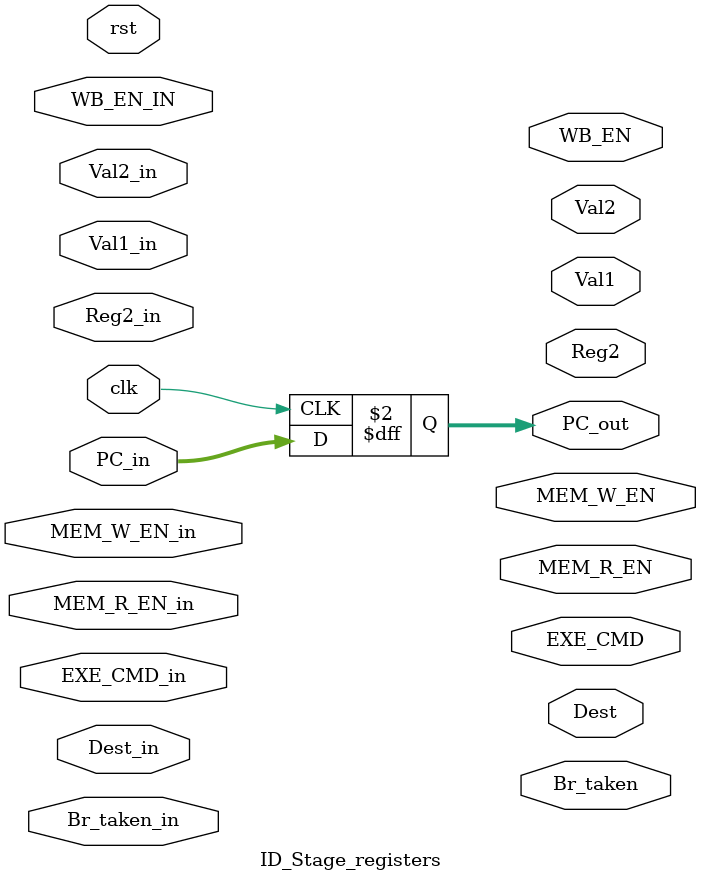
<source format=v>
module ID_Stage_registers
	(
    input clk,
    input rst,
    // input of ID stage
		input [31:0] PC_in,
    input [4:0] Dest_in,
    input [31:0] Reg2_in,
    input [31:0] Val2_in,
    input [31:0] Val1_in,
		input Br_taken_in,
		input [3:0] EXE_CMD_in,
		input MEM_R_EN_in,
		input MEM_W_EN_in,
    input WB_EN_IN,

    // to Execution stage registers
		output reg [4:0] Dest,
		output reg [31:0] Reg2,
		output reg [31:0] Val2,
		output reg [31:0] Val1,
		output reg [31:0] PC_out,
		output reg Br_taken,
		output reg [3:0] EXE_CMD,
		output reg MEM_R_EN,
		output reg MEM_W_EN,
		output reg WB_EN
	);

	always @ (posedge clk) begin
		PC_out = PC_in;
	end

endmodule

</source>
